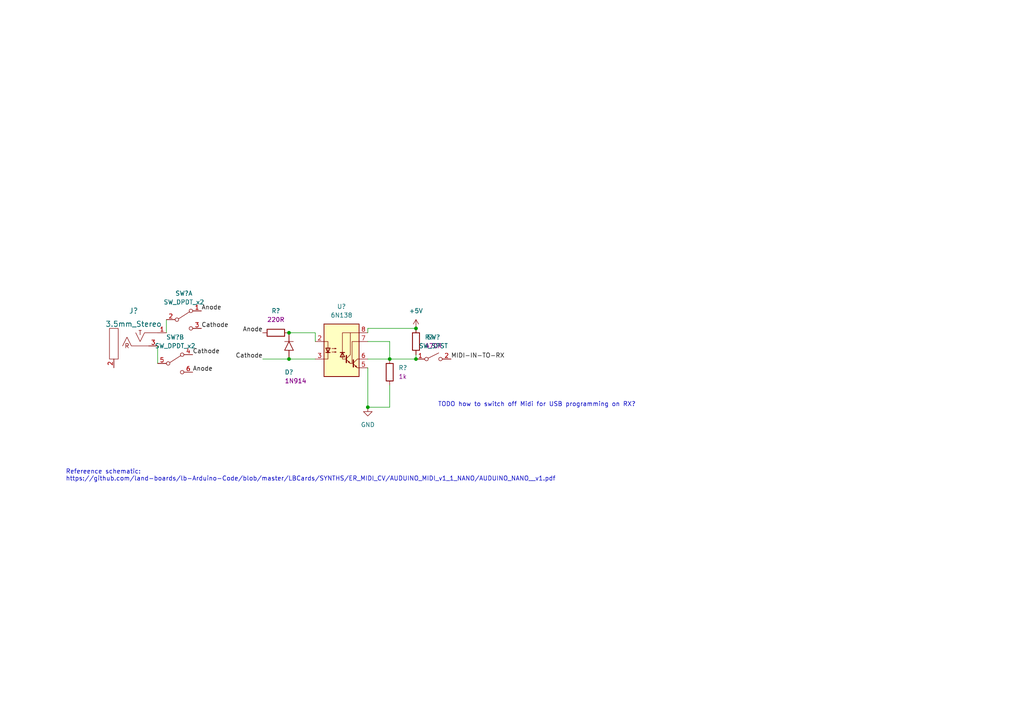
<source format=kicad_sch>
(kicad_sch (version 20211123) (generator eeschema)
  (paper "A4")
  (lib_symbols
    (symbol "4ms_Diode:1N914BWS" (pin_numbers hide) (pin_names (offset 1.016) hide)
      (property "Reference" "D" (at 0 2.54 0))
      (property "Display" "1N914" (at 0 -2.54 0))
      (symbol "1N914BWS_0_1"
        (polyline (pts (xy -1.27 1.27) (xy -1.27 -1.27)))
        (polyline (pts (xy 1.27 1.27) (xy 1.27 -1.27) (xy -1.27 0) (xy 1.27 1.27)) (stroke (width 0.2032)))
      )
      (symbol "1N914BWS_1_1"
        (pin passive line (at -3.81 0 0) (length 2.54) (name "K") (number "1"))
        (pin passive line (at 3.81 0 180) (length 2.54) (name "A") (number "2"))
      )
    )
    (symbol "4ms_Jack:3.5mm_Stereo" (pin_names (offset 0) hide)
      (property "Reference" "J" (at -6.35 -7.62 0))
      (property "Value" "3.5mm_Stereo" (at 6.35 6.604 0))
      (symbol "3.5mm_Stereo_0_0"
        (rectangle (start -6.35 5.08) (end -3.81 -3.81))
        (polyline (pts (xy 1.27 3.81) (xy 2.54 1.27) (xy 3.81 3.81) (xy 7.62 3.81)))
        (text "R" (at -1.27 0 0) (effects (font (size 1.27 1.27))))
        (text "T" (at 2.54 3.81 0) (effects (font (size 1.27 1.27))))
      )
      (symbol "3.5mm_Stereo_0_1"
        (polyline (pts (xy 5.08 0) (xy 0 0) (xy -1.27 2.54) (xy -2.54 0)))
      )
      (symbol "3.5mm_Stereo_1_1"
        (pin passive line (at 10.16 3.81 180) (length 2.54) (name "SIG") (number "1"))
        (pin passive line (at -5.08 -6.35 90) (length 2.54) (name "SHEILD") (number "2"))
        (pin passive line (at 7.62 0 180) (length 2.54) (name "SW") (number "3"))
      )
    )
    (symbol "4ms_Power-symbol:+5V" (power) (pin_names (offset 0))
      (property "Value" "+5V" (at 0 3.556 0))
      (symbol "+5V_0_1"
        (polyline (pts (xy -0.762 1.27) (xy 0 2.54)))
        (polyline (pts (xy 0 0) (xy 0 2.54)))
        (polyline (pts (xy 0 2.54) (xy 0.762 1.27)))
      )
      (symbol "+5V_1_1"
        (pin power_in line (at 0 0 90) (length 0) hide (name "+5V") (number "1"))
      )
    )
    (symbol "4ms_Power-symbol:GND" (power) (pin_names (offset 0))
      (property "Value" "GND" (at 0 -3.81 0))
      (symbol "GND_0_1"
        (polyline (pts (xy 0 0) (xy 0 -1.27) (xy 1.27 -1.27) (xy 0 -2.54) (xy -1.27 -1.27) (xy 0 -1.27)))
      )
      (symbol "GND_1_1"
        (pin power_in line (at 0 0 270) (length 0) hide (name "GND") (number "1"))
      )
    )
    (symbol "4ms_Resistor:1k_0603" (pin_numbers hide) (pin_names (offset 0))
      (property "Reference" "R" (at 2.032 0 90))
      (property "Display" "1k" (at 3.81 0 90))
      (symbol "1k_0603_0_1"
        (rectangle (start -1.016 -2.54) (end 1.016 2.54) (stroke (width 0.254)))
      )
      (symbol "1k_0603_1_1"
        (pin passive line (at 0 3.81 270) (length 1.27) (name "~") (number "1"))
        (pin passive line (at 0 -3.81 90) (length 1.27) (name "~") (number "2"))
      )
    )
    (symbol "4ms_Resistor:220R_0603" (pin_numbers hide) (pin_names (offset 0))
      (property "Reference" "R" (at 2.032 0 90))
      (property "Display" "220R" (at 3.81 0 90))
      (symbol "220R_0603_0_1"
        (rectangle (start -1.016 -2.54) (end 1.016 2.54) (stroke (width 0.254)))
      )
      (symbol "220R_0603_1_1"
        (pin passive line (at 0 3.81 270) (length 1.27) (name "~") (number "1"))
        (pin passive line (at 0 -3.81 90) (length 1.27) (name "~") (number "2"))
      )
    )
    (symbol "4ms_Resistor:470R_0603" (pin_numbers hide) (pin_names (offset 0))
      (property "Reference" "R" (at 2.032 0 90))
      (property "Display" "470R" (at 3.81 0 90))
      (symbol "470R_0603_0_1"
        (rectangle (start -1.016 -2.54) (end 1.016 2.54) (stroke (width 0.254)))
      )
      (symbol "470R_0603_1_1"
        (pin passive line (at 0 3.81 270) (length 1.27) (name "~") (number "1"))
        (pin passive line (at 0 -3.81 90) (length 1.27) (name "~") (number "2"))
      )
    )
    (symbol "Isolator:6N138" (pin_names (offset 1.016) hide)
      (property "Reference" "U" (at -4.064 8.89 0))
      (property "Value" "6N138" (at 2.286 8.89 0))
      (symbol "6N138_0_1"
        (rectangle (start -5.08 7.62) (end 5.08 -7.62) (stroke (width 0.254)) (fill (type background)))
        (polyline (pts (xy -4.572 -0.635) (xy -3.302 -0.635)) (stroke (width 0.254)))
        (polyline (pts (xy 0.889 -0.635) (xy -0.381 -0.635)) (stroke (width 0.254)))
        (polyline (pts (xy 1.397 -2.667) (xy 2.54 -3.81)))
        (polyline (pts (xy 1.397 -2.413) (xy 2.54 -1.27)))
        (polyline (pts (xy 2.54 -3.81) (xy 3.175 -3.81)))
        (polyline (pts (xy 3.429 -3.937) (xy 4.572 -5.08)))
        (polyline (pts (xy 3.429 -3.683) (xy 4.572 -2.54)))
        (polyline (pts (xy 4.572 -5.08) (xy 5.08 -5.08)))
        (polyline (pts (xy 4.572 -2.54) (xy 5.08 -2.54)))
        (polyline (pts (xy 1.397 -1.524) (xy 1.397 -3.556) (xy 1.397 -3.556)) (stroke (width 0.3556)))
        (polyline (pts (xy 2.54 -1.27) (xy 2.54 5.08) (xy 5.08 5.08)))
        (polyline (pts (xy 3.429 -2.794) (xy 3.429 -4.826) (xy 3.429 -4.826)) (stroke (width 0.3556)))
        (polyline (pts (xy 5.08 2.54) (xy 3.048 2.54) (xy 3.048 -3.81)))
        (polyline (pts (xy -5.08 -2.54) (xy -3.937 -2.54) (xy -3.937 2.54) (xy -5.08 2.54)))
        (polyline (pts (xy -3.937 -0.635) (xy -4.572 0.635) (xy -3.302 0.635) (xy -3.937 -0.635)) (stroke (width 0.254)))
        (polyline (pts (xy 0.254 -0.635) (xy 0.889 -1.905) (xy -0.381 -1.905) (xy 0.254 -0.635)) (stroke (width 0.254)))
        (polyline (pts (xy 1.27 -2.54) (xy 0.254 -2.54) (xy 0.254 5.08) (xy 2.54 5.08)))
        (polyline (pts (xy 2.413 -3.683) (xy 2.159 -3.175) (xy 1.905 -3.429) (xy 2.413 -3.683)))
        (polyline (pts (xy 4.445 -4.953) (xy 4.191 -4.445) (xy 3.937 -4.699) (xy 4.445 -4.953)))
        (polyline (pts (xy -2.794 -0.508) (xy -1.524 -0.508) (xy -1.905 -0.635) (xy -1.905 -0.381) (xy -1.524 -0.508)))
        (polyline (pts (xy -2.794 0.508) (xy -1.524 0.508) (xy -1.905 0.381) (xy -1.905 0.635) (xy -1.524 0.508)))
      )
      (symbol "6N138_1_1"
        (pin no_connect line (at -5.08 5.08 0) (length 2.54) hide (name "NC") (number "1"))
        (pin passive line (at -7.62 2.54 0) (length 2.54) (name "C1") (number "2"))
        (pin passive line (at -7.62 -2.54 0) (length 2.54) (name "C2") (number "3"))
        (pin no_connect line (at -5.08 -5.08 0) (length 2.54) hide (name "NC") (number "4"))
        (pin passive line (at 7.62 -5.08 180) (length 2.54) (name "GND") (number "5"))
        (pin passive line (at 7.62 -2.54 180) (length 2.54) (name "VO2") (number "6"))
        (pin passive line (at 7.62 2.54 180) (length 2.54) (name "VO1") (number "7"))
        (pin passive line (at 7.62 5.08 180) (length 2.54) (name "VCC") (number "8"))
      )
    )
    (symbol "Switch:SW_DPDT_x2" (pin_names (offset 0) hide)
      (property "Reference" "SW" (at 0 4.318 0))
      (property "Value" "SW_DPDT_x2" (at 0 -5.08 0))
      (symbol "SW_DPDT_x2_0_0"
        (circle (center -2.032 0) (radius 0.508))
        (circle (center 2.032 -2.54) (radius 0.508))
      )
      (symbol "SW_DPDT_x2_0_1"
        (polyline (pts (xy -1.524 0.254) (xy 1.651 2.286)))
        (circle (center 2.032 2.54) (radius 0.508))
      )
      (symbol "SW_DPDT_x2_1_1"
        (pin passive line (at 5.08 2.54 180) (length 2.54) (name "A") (number "1"))
        (pin passive line (at -5.08 0 0) (length 2.54) (name "B") (number "2"))
        (pin passive line (at 5.08 -2.54 180) (length 2.54) (name "C") (number "3"))
      )
      (symbol "SW_DPDT_x2_2_1"
        (pin passive line (at 5.08 2.54 180) (length 2.54) (name "A") (number "4"))
        (pin passive line (at -5.08 0 0) (length 2.54) (name "B") (number "5"))
        (pin passive line (at 5.08 -2.54 180) (length 2.54) (name "C") (number "6"))
      )
    )
    (symbol "Switch:SW_SPST" (pin_names (offset 0) hide)
      (property "Reference" "SW" (at 0 3.175 0))
      (property "Value" "SW_SPST" (at 0 -2.54 0))
      (symbol "SW_SPST_0_0"
        (circle (center -2.032 0) (radius 0.508))
        (polyline (pts (xy -1.524 0.254) (xy 1.524 1.778)))
        (circle (center 2.032 0) (radius 0.508))
      )
      (symbol "SW_SPST_1_1"
        (pin passive line (at -5.08 0 0) (length 2.54) (name "A") (number "1"))
        (pin passive line (at 5.08 0 180) (length 2.54) (name "B") (number "2"))
      )
    )
  )
  (junction (at 120.65 95.25))
  (junction (at 83.82 96.52))
  (junction (at 120.65 104.14))
  (junction (at 83.82 104.14))
  (junction (at 106.68 118.11))
  (junction (at 113.03 104.14))
  (wire (pts (xy 113.03 111.76) (xy 113.03 118.11)))
  (wire (pts (xy 106.68 106.68) (xy 106.68 118.11)))
  (wire (pts (xy 120.65 95.25) (xy 106.68 95.25)))
  (wire (pts (xy 76.2 104.14) (xy 83.82 104.14)))
  (wire (pts (xy 106.68 95.25) (xy 106.68 96.52)))
  (wire (pts (xy 106.68 99.06) (xy 113.03 99.06)))
  (wire (pts (xy 113.03 104.14) (xy 120.65 104.14)))
  (wire (pts (xy 83.82 96.52) (xy 91.44 96.52)))
  (wire (pts (xy 45.72 100.33) (xy 45.72 105.41)))
  (wire (pts (xy 120.65 104.14) (xy 120.65 102.87)))
  (wire (pts (xy 113.03 104.14) (xy 113.03 99.06)))
  (wire (pts (xy 113.03 118.11) (xy 106.68 118.11)))
  (wire (pts (xy 106.68 104.14) (xy 113.03 104.14)))
  (wire (pts (xy 48.26 92.71) (xy 48.26 96.52)))
  (wire (pts (xy 83.82 104.14) (xy 91.44 104.14)))
  (wire (pts (xy 91.44 99.06) (xy 91.44 96.52)))
  (text "TODO how to switch off Midi for USB programming on RX?" (at 127 118.11 0) (effects (font (size 1.27 1.27)) (justify left bottom)))
  (text "Refereence schematic:\nhttps://github.com/land-boards/lb-Arduino-Code/blob/master/LBCards/SYNTHS/ER_MIDI_CV/AUDUINO_MIDI_v1_1_NANO/AUDUINO_NANO__v1.pdf" (at 19.05 139.7 0) (effects (font (size 1.27 1.27)) (justify left bottom)))
  (label "MIDI-IN-TO-RX" (at 130.81 104.14 0))
  (label "Cathode" (at 76.2 104.14 180))
  (label "Cathode" (at 58.42 95.25 0))
  (label "Anode" (at 58.42 90.17 0))
  (label "Cathode" (at 55.88 102.87 0))
  (label "Anode" (at 76.2 96.52 180))
  (label "Anode" (at 55.88 107.95 0))
  (symbol (lib_id "4ms_Resistor:470R_0603") (at 120.65 99.06 0) (unit 1)
    (property "Reference" "R?" (at 123.19 97.7899 0) (effects (justify left)))
    (property "Value" "470R_0603" (effects hide))
    (property "Footprint" "4ms_Resistor:R_0603" (effects hide))
    (property "Specifications" "470R, 1%, 1/10W, 0603" (effects hide))
    (property "Manufacturer" "Yageo" (effects hide))
    (property "Part Number" "RC0603FR-07470RL" (effects hide))
    (property "Display" "470R" (at 123.19 100.3299 0) (effects (justify left)))
    (property "JLCPCB ID" "C23179" (effects hide))
  )
  (symbol (lib_id "Switch:SW_DPDT_x2") (at 50.8 105.41 0) (unit 2)
    (property "Reference" "SW?" (at 50.8 97.79 0))
    (property "Value" "SW_DPDT_x2" (at 50.8 100.33 0))
  )
  (symbol (lib_id "4ms_Resistor:1k_0603") (at 113.03 107.95 0) (unit 1)
    (property "Reference" "R?" (at 115.57 106.6799 0) (effects (justify left)))
    (property "Value" "1k_0603" (effects hide))
    (property "Footprint" "4ms_Resistor:R_0603" (effects hide))
    (property "Specifications" "1K, 1%, 1/10W, 0603" (effects hide))
    (property "Manufacturer" "Yageo" (effects hide))
    (property "Part Number" "RC0603FR-071KL" (effects hide))
    (property "Display" "1k" (at 115.57 109.2199 0) (effects (justify left)))
    (property "JLCPCB ID" "C21190" (effects hide))
  )
  (symbol (lib_id "Isolator:6N138") (at 99.06 101.6 0) (unit 1)
    (property "Reference" "U?" (at 99.06 88.9 0))
    (property "Value" "6N138" (at 99.06 91.44 0))
    (property "Datasheet" "http://www.onsemi.com/pub/Collateral/HCPL2731-D.pdf" (effects hide))
  )
  (symbol (lib_id "4ms_Power-symbol:GND") (at 106.68 118.11 0) (unit 1)
    (property "Reference" "#PWR?" (effects hide))
    (property "Value" "GND" (at 106.68 123.19 0))
  )
  (symbol (lib_id "Switch:SW_DPDT_x2") (at 53.34 92.71 0) (unit 1)
    (property "Reference" "SW?" (at 53.34 85.09 0))
    (property "Value" "SW_DPDT_x2" (at 53.34 87.63 0))
  )
  (symbol (lib_id "4ms_Power-symbol:+5V") (at 120.65 95.25 0) (unit 1)
    (property "Reference" "#PWR?" (effects hide))
    (property "Value" "+5V" (at 120.65 90.17 0))
  )
  (symbol (lib_id "Switch:SW_SPST") (at 125.73 104.14 0) (unit 1)
    (property "Reference" "SW?" (at 125.73 97.79 0))
    (property "Value" "SW_SPST" (at 125.73 100.33 0))
  )
  (symbol (lib_id "4ms_Resistor:220R_0603") (at 80.01 96.52 90) (unit 1)
    (property "Reference" "R?" (at 80.01 90.17 90))
    (property "Value" "220R_0603" (effects hide))
    (property "Footprint" "4ms_Resistor:R_0603" (effects hide))
    (property "Specifications" "220R, 1%, 1/10W, 0603" (effects hide))
    (property "Manufacturer" "Yageo" (effects hide))
    (property "Part Number" "RC0603FR-07220RL" (effects hide))
    (property "Display" "220R" (at 80.01 92.71 90))
    (property "JLCPCB ID" "C8218" (effects hide))
  )
  (symbol (lib_id "4ms_Jack:3.5mm_Stereo") (at 38.1 100.33 0) (unit 1)
    (property "Reference" "J?" (at 38.735 90.17 0) (effects (font (size 1.524 1.524))))
    (property "Value" "3.5mm_Stereo" (at 38.735 93.98 0) (effects (font (size 1.524 1.524))))
    (property "Footprint" "4ms_Jack:EighthInch_Stereo_PJ366ST" (effects hide))
    (property "Specifications" "Audio 3.5mm Jack, Stereo, PC-pin Vertical" (effects hide))
    (property "Manufacturer" "Wenzhou QingPu Electronics Co" (effects hide))
    (property "Part Number" "WQP-WQP419GR" (effects hide))
  )
  (symbol (lib_id "4ms_Diode:1N914BWS") (at 83.82 100.33 270) (unit 1)
    (property "Reference" "D?" (at 82.55 107.95 90) (effects (justify left)))
    (property "Value" "1N914BWS" (effects hide))
    (property "Footprint" "4ms_Diode:D_SOD-323F" (effects hide))
    (property "Datasheet" "https://www.mouser.com/datasheet/2/308/1N914BWS_D-2309364.pdf" (effects hide))
    (property "Specifications" "1N914BWS, 75V, 150mA, 1V @ 100mA SOD-323F" (effects hide))
    (property "Manufacturer" "ON Semiconductor / Fairchild" (effects hide))
    (property "Part Number" "1N914BWS" (effects hide))
    (property "JLCPCB ID" "C258181" (effects hide))
    (property "Display" "1N914" (at 82.55 110.49 90) (effects (justify left)))
  )
)
</source>
